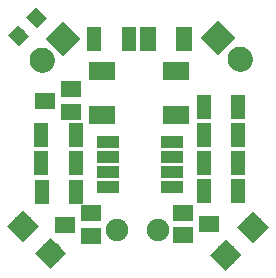
<source format=gbr>
G04 #@! TF.GenerationSoftware,KiCad,Pcbnew,(2017-06-21 revision 375ec9f)-master*
G04 #@! TF.CreationDate,2017-08-16T22:12:41-04:00*
G04 #@! TF.ProjectId,light_reactive_nodes,6C696768745F72656163746976655F6E,rev?*
G04 #@! TF.SameCoordinates,Original
G04 #@! TF.FileFunction,Soldermask,Top*
G04 #@! TF.FilePolarity,Negative*
%FSLAX46Y46*%
G04 Gerber Fmt 4.6, Leading zero omitted, Abs format (unit mm)*
G04 Created by KiCad (PCBNEW (2017-06-21 revision 375ec9f)-master) date Wed Aug 16 22:12:41 2017*
%MOMM*%
%LPD*%
G01*
G04 APERTURE LIST*
%ADD10C,0.100000*%
%ADD11C,2.100000*%
%ADD12C,2.100000*%
%ADD13R,1.950000X1.000000*%
%ADD14C,1.900000*%
%ADD15R,1.300000X2.100000*%
%ADD16R,2.200000X1.500000*%
%ADD17R,1.800000X1.400000*%
%ADD18C,1.200000*%
%ADD19R,1.400000X2.000000*%
G04 APERTURE END LIST*
D10*
D11*
X105325000Y-118475000D03*
D10*
G36*
X103840076Y-118475000D02*
X105325000Y-116990076D01*
X106809924Y-118475000D01*
X105325000Y-119959924D01*
X103840076Y-118475000D01*
X103840076Y-118475000D01*
G37*
D11*
X103528949Y-120271051D03*
D12*
X103528949Y-120271051D02*
X103528949Y-120271051D01*
D13*
X114525000Y-127195000D03*
X114525000Y-128465000D03*
X114525000Y-129735000D03*
X114525000Y-131005000D03*
X109125000Y-131005000D03*
X109125000Y-129735000D03*
X109125000Y-128465000D03*
X109125000Y-127195000D03*
D14*
X109925000Y-134700000D03*
X113325000Y-134700000D03*
D11*
X118475000Y-118400000D03*
D10*
G36*
X118475000Y-119884924D02*
X116990076Y-118400000D01*
X118475000Y-116915076D01*
X119959924Y-118400000D01*
X118475000Y-119884924D01*
X118475000Y-119884924D01*
G37*
D11*
X120271051Y-120196051D03*
D12*
X120271051Y-120196051D02*
X120271051Y-120196051D01*
D14*
X121416726Y-134458274D03*
D10*
G36*
X121416726Y-133114771D02*
X122760229Y-134458274D01*
X121416726Y-135801777D01*
X120073223Y-134458274D01*
X121416726Y-133114771D01*
X121416726Y-133114771D01*
G37*
D14*
X119083274Y-136791726D03*
D10*
G36*
X119083274Y-135448223D02*
X120426777Y-136791726D01*
X119083274Y-138135229D01*
X117739771Y-136791726D01*
X119083274Y-135448223D01*
X119083274Y-135448223D01*
G37*
D15*
X106375000Y-129025000D03*
X103475000Y-129025000D03*
D16*
X108650000Y-121225000D03*
X114850000Y-121225000D03*
X108650000Y-124925000D03*
X114850000Y-124925000D03*
D15*
X120175000Y-124300000D03*
X117275000Y-124300000D03*
D17*
X103825000Y-123725000D03*
X106025000Y-122775000D03*
X106025000Y-124675000D03*
D18*
X103067462Y-116707538D03*
D10*
G36*
X103032107Y-115823655D02*
X103951345Y-116742893D01*
X103102817Y-117591421D01*
X102183579Y-116672183D01*
X103032107Y-115823655D01*
X103032107Y-115823655D01*
G37*
D18*
X101582538Y-118192462D03*
D10*
G36*
X101547183Y-117308579D02*
X102466421Y-118227817D01*
X101617893Y-119076345D01*
X100698655Y-118157107D01*
X101547183Y-117308579D01*
X101547183Y-117308579D01*
G37*
D14*
X101933274Y-134333274D03*
D10*
G36*
X100589771Y-134333274D02*
X101933274Y-132989771D01*
X103276777Y-134333274D01*
X101933274Y-135676777D01*
X100589771Y-134333274D01*
X100589771Y-134333274D01*
G37*
D14*
X104266726Y-136666726D03*
D10*
G36*
X102923223Y-136666726D02*
X104266726Y-135323223D01*
X105610229Y-136666726D01*
X104266726Y-138010229D01*
X102923223Y-136666726D01*
X102923223Y-136666726D01*
G37*
D15*
X117275000Y-131350000D03*
X120175000Y-131350000D03*
X106400000Y-131425000D03*
X103500000Y-131425000D03*
X103475000Y-126625000D03*
X106375000Y-126625000D03*
X120175000Y-129050000D03*
X117275000Y-129050000D03*
X120175000Y-126650000D03*
X117275000Y-126650000D03*
D17*
X105500000Y-134225000D03*
X107700000Y-133275000D03*
X107700000Y-135175000D03*
X115475000Y-133225000D03*
X115475000Y-135125000D03*
X117675000Y-134175000D03*
D15*
X107975000Y-118550000D03*
X110875000Y-118550000D03*
D19*
X115525000Y-118550000D03*
X112525000Y-118550000D03*
M02*

</source>
